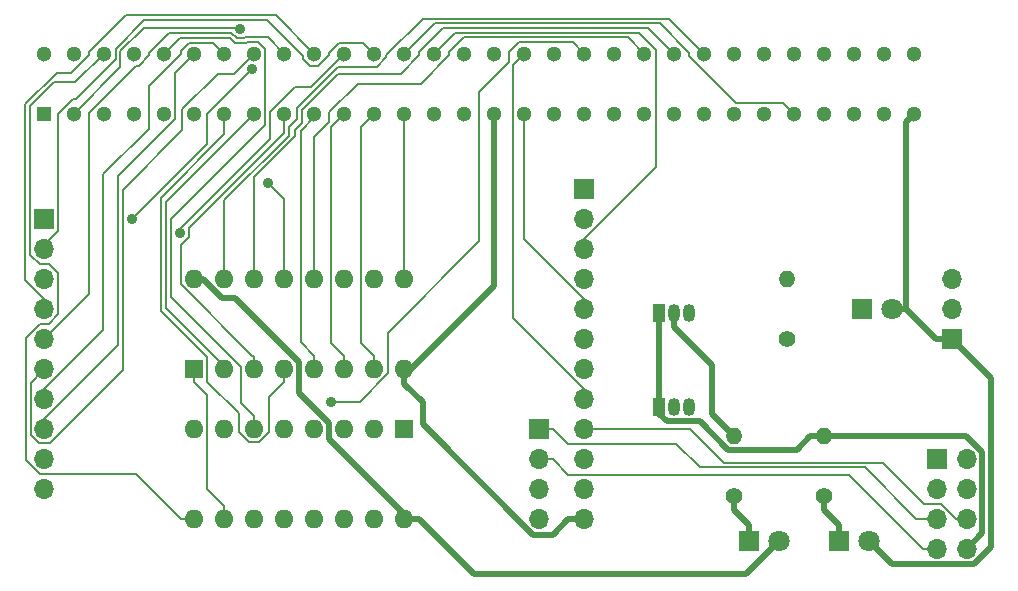
<source format=gbl>
G04 #@! TF.GenerationSoftware,KiCad,Pcbnew,(6.0.9)*
G04 #@! TF.CreationDate,2022-12-17T09:54:21+09:00*
G04 #@! TF.ProjectId,hat-prot-02,6861742d-7072-46f7-942d-30322e6b6963,rev?*
G04 #@! TF.SameCoordinates,PX5f5e100PY5f5e100*
G04 #@! TF.FileFunction,Copper,L2,Bot*
G04 #@! TF.FilePolarity,Positive*
%FSLAX46Y46*%
G04 Gerber Fmt 4.6, Leading zero omitted, Abs format (unit mm)*
G04 Created by KiCad (PCBNEW (6.0.9)) date 2022-12-17 09:54:21*
%MOMM*%
%LPD*%
G01*
G04 APERTURE LIST*
G04 #@! TA.AperFunction,ComponentPad*
%ADD10R,1.700000X1.700000*%
G04 #@! TD*
G04 #@! TA.AperFunction,ComponentPad*
%ADD11O,1.700000X1.700000*%
G04 #@! TD*
G04 #@! TA.AperFunction,ComponentPad*
%ADD12R,1.800000X1.800000*%
G04 #@! TD*
G04 #@! TA.AperFunction,ComponentPad*
%ADD13C,1.800000*%
G04 #@! TD*
G04 #@! TA.AperFunction,ComponentPad*
%ADD14C,1.400000*%
G04 #@! TD*
G04 #@! TA.AperFunction,ComponentPad*
%ADD15O,1.400000X1.400000*%
G04 #@! TD*
G04 #@! TA.AperFunction,ComponentPad*
%ADD16R,1.050000X1.500000*%
G04 #@! TD*
G04 #@! TA.AperFunction,ComponentPad*
%ADD17O,1.050000X1.500000*%
G04 #@! TD*
G04 #@! TA.AperFunction,ComponentPad*
%ADD18R,1.300000X1.300000*%
G04 #@! TD*
G04 #@! TA.AperFunction,ComponentPad*
%ADD19C,1.300000*%
G04 #@! TD*
G04 #@! TA.AperFunction,ComponentPad*
%ADD20R,1.600000X1.600000*%
G04 #@! TD*
G04 #@! TA.AperFunction,ComponentPad*
%ADD21O,1.600000X1.600000*%
G04 #@! TD*
G04 #@! TA.AperFunction,ViaPad*
%ADD22C,0.900000*%
G04 #@! TD*
G04 #@! TA.AperFunction,Conductor*
%ADD23C,0.500000*%
G04 #@! TD*
G04 #@! TA.AperFunction,Conductor*
%ADD24C,0.200000*%
G04 #@! TD*
G04 APERTURE END LIST*
D10*
X84455000Y11430000D03*
D11*
X86995000Y11430000D03*
X84455000Y8890000D03*
X86995000Y8890000D03*
X84455000Y6350000D03*
X86995000Y6350000D03*
X84455000Y3810000D03*
X86995000Y3810000D03*
D10*
X85725000Y21590000D03*
D11*
X85725000Y24130000D03*
X85725000Y26670000D03*
D12*
X68580000Y4445000D03*
D13*
X71120000Y4445000D03*
D14*
X71755000Y21590000D03*
D15*
X71755000Y26670000D03*
D16*
X60960000Y15790000D03*
D17*
X62230000Y15790000D03*
X63500000Y15790000D03*
D14*
X74930000Y8255000D03*
D15*
X74930000Y13335000D03*
D12*
X78105000Y24130000D03*
D13*
X80645000Y24130000D03*
D18*
X8890000Y40640000D03*
D19*
X11430000Y40640000D03*
X13970000Y40640000D03*
X16510000Y40640000D03*
X19050000Y40640000D03*
X21590000Y40640000D03*
X24130000Y40640000D03*
X26670000Y40640000D03*
X29210000Y40640000D03*
X31750000Y40640000D03*
X34290000Y40640000D03*
X36830000Y40640000D03*
X39370000Y40640000D03*
X41910000Y40640000D03*
X44450000Y40640000D03*
X46990000Y40640000D03*
X49530000Y40640000D03*
X52070000Y40640000D03*
X54610000Y40640000D03*
X57150000Y40640000D03*
X59690000Y40640000D03*
X62230000Y40640000D03*
X64770000Y40640000D03*
X67310000Y40640000D03*
X69850000Y40640000D03*
X72390000Y40640000D03*
X74930000Y40640000D03*
X77470000Y40640000D03*
X80010000Y40640000D03*
X82550000Y40640000D03*
X8890000Y45720000D03*
X11430000Y45720000D03*
X13970000Y45720000D03*
X16510000Y45720000D03*
X19050000Y45720000D03*
X21590000Y45720000D03*
X24130000Y45720000D03*
X26670000Y45720000D03*
X29210000Y45720000D03*
X31750000Y45720000D03*
X34290000Y45720000D03*
X36830000Y45720000D03*
X39370000Y45720000D03*
X41910000Y45720000D03*
X44450000Y45720000D03*
X46990000Y45720000D03*
X49530000Y45720000D03*
X52070000Y45720000D03*
X54610000Y45720000D03*
X57150000Y45720000D03*
X59690000Y45720000D03*
X62230000Y45720000D03*
X64770000Y45720000D03*
X67310000Y45720000D03*
X69850000Y45720000D03*
X72390000Y45720000D03*
X74930000Y45720000D03*
X77470000Y45720000D03*
X80010000Y45720000D03*
X82550000Y45720000D03*
D16*
X60960000Y23770000D03*
D17*
X62230000Y23770000D03*
X63500000Y23770000D03*
D14*
X67310000Y8255000D03*
D15*
X67310000Y13335000D03*
D20*
X21590000Y19050000D03*
D21*
X24130000Y19050000D03*
X26670000Y19050000D03*
X29210000Y19050000D03*
X31750000Y19050000D03*
X34290000Y19050000D03*
X36830000Y19050000D03*
X39370000Y19050000D03*
X39370000Y26670000D03*
X36830000Y26670000D03*
X34290000Y26670000D03*
X31750000Y26670000D03*
X29210000Y26670000D03*
X26670000Y26670000D03*
X24130000Y26670000D03*
X21590000Y26670000D03*
D20*
X39355000Y13960000D03*
D21*
X36815000Y13960000D03*
X34275000Y13960000D03*
X31735000Y13960000D03*
X29195000Y13960000D03*
X26655000Y13960000D03*
X24115000Y13960000D03*
X21575000Y13960000D03*
X21575000Y6340000D03*
X24115000Y6340000D03*
X26655000Y6340000D03*
X29195000Y6340000D03*
X31735000Y6340000D03*
X34275000Y6340000D03*
X36815000Y6340000D03*
X39355000Y6340000D03*
D12*
X76200000Y4445000D03*
D13*
X78740000Y4445000D03*
D10*
X8915000Y31720000D03*
D11*
X8915000Y29180000D03*
X8915000Y26640000D03*
X8915000Y24100000D03*
X8915000Y21560000D03*
X8915000Y19020000D03*
X8915000Y16480000D03*
X8915000Y13940000D03*
X8915000Y11400000D03*
X8915000Y8860000D03*
D10*
X54585000Y34270000D03*
D11*
X54585000Y31730000D03*
X54585000Y29190000D03*
X54585000Y26650000D03*
X54585000Y24110000D03*
X54585000Y21570000D03*
X54585000Y19030000D03*
X54585000Y16490000D03*
X54585000Y13950000D03*
X54585000Y11410000D03*
X54585000Y8870000D03*
X54585000Y6330000D03*
D10*
X50800000Y13960000D03*
D11*
X50800000Y11420000D03*
X50800000Y8880000D03*
X50800000Y6340000D03*
D22*
X25513700Y47786400D03*
X27820300Y34794500D03*
X16331900Y31720000D03*
X26500000Y44397900D03*
X20402200Y30558400D03*
X33168600Y16267800D03*
D23*
X60960000Y23770000D02*
X60960000Y15790000D01*
X61595000Y14589900D02*
X60960000Y15224900D01*
X66795700Y12182300D02*
X64388100Y14589900D01*
X40935400Y16234500D02*
X40935400Y14344600D01*
X39370000Y18425000D02*
X39370000Y17799900D01*
X50261800Y5018200D02*
X51973100Y5018200D01*
X88323800Y5138800D02*
X88323800Y11983400D01*
X40935400Y14344600D02*
X50261800Y5018200D01*
X88323800Y11983400D02*
X86972200Y13335000D01*
X72627200Y12182300D02*
X66795700Y12182300D01*
X64388100Y14589900D02*
X61595000Y14589900D01*
X86995000Y3810000D02*
X88323800Y5138800D01*
X39370000Y19050000D02*
X39370000Y18425000D01*
X74930000Y13335000D02*
X73779900Y13335000D01*
X39370000Y17799900D02*
X40935400Y16234500D01*
X46990000Y26045000D02*
X46990000Y40640000D01*
X86972200Y13335000D02*
X74930000Y13335000D01*
X73779900Y13335000D02*
X72627200Y12182300D01*
X51973100Y5018200D02*
X53284900Y6330000D01*
X54585000Y6330000D02*
X53284900Y6330000D01*
X39370000Y18425000D02*
X46990000Y26045000D01*
X60960000Y15224900D02*
X60960000Y15790000D01*
D24*
X22690100Y16849800D02*
X21590000Y17949900D01*
X15360300Y44570300D02*
X15360300Y45958800D01*
X11430000Y40640000D02*
X15360300Y44570300D01*
X17324500Y47923000D02*
X25377100Y47923000D01*
X25377100Y47923000D02*
X25513700Y47786400D01*
X24115000Y7440100D02*
X22690100Y8865000D01*
X24115000Y6340000D02*
X24115000Y7440100D01*
X22690100Y8865000D02*
X22690100Y16849800D01*
X21590000Y19050000D02*
X21590000Y17949900D01*
X15360300Y45958800D02*
X17324500Y47923000D01*
X30301600Y41165200D02*
X30301600Y40215600D01*
X64770000Y45720000D02*
X61786900Y48703100D01*
X33774200Y44637800D02*
X30301600Y41165200D01*
X30301600Y40215600D02*
X29610200Y39524200D01*
X37092500Y44637800D02*
X33774200Y44637800D01*
X41005500Y48703100D02*
X37881700Y45579300D01*
X29610200Y38786700D02*
X24130000Y33306500D01*
X37881700Y45427000D02*
X37092500Y44637800D01*
X61786900Y48703100D02*
X41005500Y48703100D01*
X29610200Y39524200D02*
X29610200Y38786700D01*
X37881700Y45579300D02*
X37881700Y45427000D01*
X24130000Y33306500D02*
X24130000Y26670000D01*
X33740000Y44037700D02*
X30701700Y40999400D01*
X30701700Y39850100D02*
X30160200Y39308600D01*
X30160200Y38770900D02*
X26670100Y35280800D01*
X42669100Y47902900D02*
X40640000Y45873800D01*
X40640000Y45599300D02*
X39078400Y44037700D01*
X30160200Y39308600D02*
X30160200Y38770900D01*
X26670100Y35280800D02*
X26670100Y27770100D01*
X39078400Y44037700D02*
X33740000Y44037700D01*
X60047100Y47902900D02*
X42669100Y47902900D01*
X26670000Y26670000D02*
X26670000Y27770100D01*
X30701700Y40999400D02*
X30701700Y39850100D01*
X40640000Y45873800D02*
X40640000Y45599300D01*
X62230000Y45720000D02*
X60047100Y47902900D01*
X26670100Y27770100D02*
X26670000Y27770100D01*
X58307300Y47102700D02*
X59690000Y45720000D01*
X43180000Y45861300D02*
X44421400Y47102700D01*
X44421400Y47102700D02*
X58307300Y47102700D01*
X33020000Y40763100D02*
X35436900Y43180000D01*
X43180000Y45591500D02*
X43180000Y45861300D01*
X31750000Y38665900D02*
X33020000Y39935900D01*
X33020000Y39935900D02*
X33020000Y40763100D01*
X35436900Y43180000D02*
X40768500Y43180000D01*
X40768500Y43180000D02*
X43180000Y45591500D01*
X31750000Y26670000D02*
X31750000Y38665900D01*
X29210000Y33404800D02*
X27820300Y34794500D01*
X29210000Y26670000D02*
X29210000Y33404800D01*
X27079100Y12811400D02*
X26246900Y12811400D01*
X29210000Y19050000D02*
X29210000Y17949900D01*
X22718500Y17946200D02*
X22718500Y20026800D01*
X29210000Y17949900D02*
X27925000Y16664900D01*
X18778200Y33540100D02*
X24130000Y38891900D01*
X18778200Y23967100D02*
X18778200Y33540100D01*
X24130000Y38891900D02*
X24130000Y40640000D01*
X22718500Y20026800D02*
X18778200Y23967100D01*
X27925000Y16664900D02*
X27925000Y13657300D01*
X25385000Y13673300D02*
X25385000Y15279700D01*
X26246900Y12811400D02*
X25385000Y13673300D01*
X27925000Y13657300D02*
X27079100Y12811400D01*
X25385000Y15279700D02*
X22718500Y17946200D01*
X24130000Y19243300D02*
X19210700Y24162600D01*
X24130000Y19050000D02*
X24130000Y19243300D01*
X19210700Y33180700D02*
X26670000Y40640000D01*
X19210700Y24162600D02*
X19210700Y33180700D01*
X26670000Y19050000D02*
X26670000Y20150100D01*
X26670000Y20150100D02*
X26532500Y20150100D01*
X20458900Y26223700D02*
X20458900Y29554300D01*
X26532500Y20150100D02*
X20458900Y26223700D01*
X21152300Y30247700D02*
X21152300Y30980800D01*
X29210000Y39038500D02*
X29210000Y40640000D01*
X20458900Y29554300D02*
X21152300Y30247700D01*
X21152300Y30980800D02*
X29210000Y39038500D01*
X31750000Y19050000D02*
X31750000Y20150100D01*
X30609700Y39192200D02*
X31750000Y40332500D01*
X30609700Y21290400D02*
X30609700Y39192200D01*
X31750000Y40332500D02*
X31750000Y40640000D01*
X31750000Y20150100D02*
X30609700Y21290400D01*
X34290000Y20150100D02*
X33168300Y21271800D01*
X33168300Y21271800D02*
X33168300Y39518300D01*
X34290000Y19050000D02*
X34290000Y20150100D01*
X33168300Y39518300D02*
X34290000Y40640000D01*
X36830000Y20150100D02*
X35718700Y21261400D01*
X36830000Y19050000D02*
X36830000Y20150100D01*
X35718700Y39528700D02*
X36830000Y40640000D01*
X35718700Y21261400D02*
X35718700Y39528700D01*
X39370000Y27770100D02*
X39370000Y40640000D01*
X39370000Y26670000D02*
X39370000Y27770100D01*
D23*
X67310000Y8255000D02*
X67310000Y7065100D01*
X68580000Y4445000D02*
X68580000Y5795100D01*
X67310000Y7065100D02*
X68580000Y5795100D01*
X80645000Y24130000D02*
X81884900Y24130000D01*
X21590000Y26670000D02*
X22322100Y26670000D01*
X81884900Y24130000D02*
X81884900Y39974900D01*
X80684200Y2500800D02*
X87601000Y2500800D01*
X81884900Y24130000D02*
X84424900Y21590000D01*
X33005000Y13140000D02*
X39805000Y6340000D01*
X25094400Y25016300D02*
X30480000Y19630700D01*
X85725000Y21590000D02*
X84424900Y21590000D01*
X39805000Y6340000D02*
X40605100Y6340000D01*
X39355000Y6340000D02*
X39805000Y6340000D01*
X87601000Y2500800D02*
X89027900Y3927700D01*
X30480000Y19630700D02*
X30480000Y16989000D01*
X89027900Y3927700D02*
X89027900Y18287100D01*
X68352200Y1677200D02*
X45267900Y1677200D01*
X71120000Y4445000D02*
X68352200Y1677200D01*
X30480000Y16989000D02*
X33005000Y14464000D01*
X78740000Y4445000D02*
X80684200Y2500800D01*
X45267900Y1677200D02*
X40605100Y6340000D01*
X22322100Y26670000D02*
X23975800Y25016300D01*
X23975800Y25016300D02*
X25094400Y25016300D01*
X33005000Y14464000D02*
X33005000Y13140000D01*
X89027900Y18287100D02*
X85725000Y21590000D01*
X81884900Y39974900D02*
X82550000Y40640000D01*
D24*
X41953000Y48303000D02*
X39370000Y45720000D01*
X72390000Y40640000D02*
X71439800Y41590200D01*
X63500000Y45551500D02*
X63500000Y45812000D01*
X61009000Y48303000D02*
X41953000Y48303000D01*
X22718500Y40616400D02*
X26500000Y44397900D01*
X16331900Y31720000D02*
X22718500Y38106600D01*
X71439800Y41590200D02*
X67461300Y41590200D01*
X67461300Y41590200D02*
X63500000Y45551500D01*
X22718500Y38106600D02*
X22718500Y40616400D01*
X63500000Y45812000D02*
X61009000Y48303000D01*
X14960100Y45281600D02*
X14960100Y46124500D01*
X30799800Y45317300D02*
X31398300Y44718800D01*
X35879800Y46670200D02*
X36830000Y45720000D01*
X8915000Y29539400D02*
X10065100Y30689500D01*
X27760700Y48558100D02*
X30799800Y45519000D01*
X11588500Y41910000D02*
X14960100Y45281600D01*
X33892100Y46670200D02*
X35879800Y46670200D01*
X33020100Y45798200D02*
X33892100Y46670200D01*
X31398300Y44718800D02*
X32107400Y44718800D01*
X10065100Y30689500D02*
X10065100Y40645000D01*
X32107400Y44718800D02*
X33020100Y45631500D01*
X33020100Y45631500D02*
X33020100Y45798200D01*
X8915000Y29180000D02*
X8915000Y29539400D01*
X30799800Y45519000D02*
X30799800Y45317300D01*
X11330100Y41910000D02*
X11588500Y41910000D01*
X17393700Y48558100D02*
X27760700Y48558100D01*
X14960100Y46124500D02*
X17393700Y48558100D01*
X10065100Y40645000D02*
X11330100Y41910000D01*
X28020400Y38526700D02*
X28020400Y40795200D01*
X20402200Y30908500D02*
X28020400Y38526700D01*
X28020400Y40795200D02*
X30124200Y42899000D01*
X31469000Y42899000D02*
X34290000Y45720000D01*
X30124200Y42899000D02*
X31469000Y42899000D01*
X20402200Y30558400D02*
X20402200Y30908500D01*
X8915000Y24740000D02*
X8890000Y24765000D01*
X8915000Y24100000D02*
X8915000Y24740000D01*
X9984000Y44096900D02*
X11168900Y44096900D01*
X8890000Y24765000D02*
X8890000Y24987600D01*
X28491400Y48978600D02*
X31750000Y45720000D01*
X7313800Y26563800D02*
X7313800Y41426700D01*
X15790100Y48978600D02*
X28491400Y48978600D01*
X11168900Y44096900D02*
X12700000Y45628000D01*
X7313800Y41426700D02*
X9984000Y44096900D01*
X12700000Y45888500D02*
X15790100Y48978600D01*
X8890000Y24987600D02*
X7313800Y26563800D01*
X12700000Y45628000D02*
X12700000Y45888500D01*
X8553900Y10130000D02*
X7354800Y11329100D01*
X20474900Y6340000D02*
X16684900Y10130000D01*
X10108100Y23648700D02*
X10108100Y27141400D01*
X7354800Y11329100D02*
X7354800Y21639000D01*
X21575000Y6340000D02*
X20474900Y6340000D01*
X16684900Y10130000D02*
X8553900Y10130000D01*
X7743100Y28718400D02*
X7743100Y41290100D01*
X7354800Y21639000D02*
X8545800Y22830000D01*
X9289400Y22830000D02*
X10108100Y23648700D01*
X9318900Y27930600D02*
X8530900Y27930600D01*
X10108100Y27141400D02*
X9318900Y27930600D01*
X8530900Y27930600D02*
X7743100Y28718400D01*
X7743100Y41290100D02*
X9749600Y43296600D01*
X8545800Y22830000D02*
X9289400Y22830000D01*
X9749600Y43296600D02*
X11546600Y43296600D01*
X11546600Y43296600D02*
X13970000Y45720000D01*
X25037400Y46636200D02*
X25990100Y46636200D01*
X25554900Y19206300D02*
X25554900Y16160200D01*
X19651900Y25109300D02*
X25554900Y19206300D01*
X19651900Y31724600D02*
X19651900Y25109300D01*
X25990100Y46636200D02*
X26058400Y46704500D01*
X26655000Y13960000D02*
X26655000Y15060100D01*
X27029600Y46704500D02*
X27620200Y46113900D01*
X24596100Y47077500D02*
X25037400Y46636200D01*
X26058400Y46704500D02*
X27029600Y46704500D01*
X20407500Y47077500D02*
X24596100Y47077500D01*
X25554900Y16160200D02*
X26655000Y15060100D01*
X27620200Y39692900D02*
X19651900Y31724600D01*
X19050000Y45720000D02*
X20407500Y47077500D01*
X27620200Y46113900D02*
X27620200Y39692900D01*
X15172400Y35344200D02*
X15172400Y21060000D01*
X20000200Y40172000D02*
X15172400Y35344200D01*
X15172400Y21060000D02*
X8915000Y14802600D01*
X20000200Y44130200D02*
X20000200Y40172000D01*
X8915000Y14802600D02*
X8915000Y13940000D01*
X21590000Y45720000D02*
X20000200Y44130200D01*
X8915000Y16480000D02*
X8915000Y17342600D01*
X21169300Y46673500D02*
X23176500Y46673500D01*
X13919300Y22346900D02*
X13919300Y35518400D01*
X8915000Y17342600D02*
X13919300Y22346900D01*
X20451100Y45955300D02*
X21169300Y46673500D01*
X13919300Y35518400D02*
X17780000Y39379100D01*
X20451100Y45662300D02*
X20451100Y45955300D01*
X17780000Y39379100D02*
X17780000Y42991200D01*
X17780000Y42991200D02*
X20451100Y45662300D01*
X23176500Y46673500D02*
X24130000Y45720000D01*
X9403100Y12764600D02*
X15572500Y18934000D01*
X24984000Y44034000D02*
X26670000Y45720000D01*
X8457000Y12764600D02*
X9403100Y12764600D01*
X15572500Y34196100D02*
X20611500Y39235100D01*
X8915000Y19020000D02*
X7755000Y17860000D01*
X15572500Y18934000D02*
X15572500Y34196100D01*
X23611300Y44034000D02*
X24984000Y44034000D01*
X20611500Y41034200D02*
X23611300Y44034000D01*
X7755000Y17860000D02*
X7755000Y13466600D01*
X20611500Y39235100D02*
X20611500Y41034200D01*
X7755000Y13466600D02*
X8457000Y12764600D01*
X24761600Y47477800D02*
X25203100Y47036300D01*
X25203100Y47036300D02*
X25824400Y47036300D01*
X16691500Y44715600D02*
X16908500Y44715600D01*
X25892700Y47104600D02*
X27825400Y47104600D01*
X17780000Y45793500D02*
X19464300Y47477800D01*
X8915000Y21560000D02*
X12700000Y25345000D01*
X12700000Y25345000D02*
X12700000Y40724100D01*
X27825400Y47104600D02*
X29210000Y45720000D01*
X12700000Y40724100D02*
X16691500Y44715600D01*
X25824400Y47036300D02*
X25892700Y47104600D01*
X19464300Y47477800D02*
X24761600Y47477800D01*
X17780000Y45587100D02*
X17780000Y45793500D01*
X16908500Y44715600D02*
X17780000Y45587100D01*
D23*
X74930000Y7065100D02*
X74930000Y8255000D01*
X76200000Y4445000D02*
X76200000Y5795100D01*
X76200000Y5795100D02*
X74930000Y7065100D01*
D24*
X53276000Y10094100D02*
X77020800Y10094100D01*
X77020800Y10094100D02*
X83304900Y3810000D01*
X51950100Y11420000D02*
X53276000Y10094100D01*
X84455000Y3810000D02*
X83304900Y3810000D01*
X50800000Y11420000D02*
X51950100Y11420000D01*
X51950100Y13960000D02*
X53230100Y12680000D01*
X62423500Y12680000D02*
X64407600Y10695900D01*
X64407600Y10695900D02*
X78357100Y10695900D01*
X50800000Y13960000D02*
X51950100Y13960000D01*
X82703000Y6350000D02*
X84455000Y6350000D01*
X78357100Y10695900D02*
X82703000Y6350000D01*
X53230100Y12680000D02*
X62423500Y12680000D01*
X54585000Y30052600D02*
X60689200Y36156800D01*
X60689200Y46066400D02*
X59252800Y47502800D01*
X59252800Y47502800D02*
X43692800Y47502800D01*
X54585000Y29190000D02*
X54585000Y30052600D01*
X43692800Y47502800D02*
X41910000Y45720000D01*
X60689200Y36156800D02*
X60689200Y46066400D01*
X54585000Y24972600D02*
X49530000Y30027600D01*
X54585000Y24110000D02*
X54585000Y24972600D01*
X49530000Y30027600D02*
X49530000Y40640000D01*
X48579700Y44769700D02*
X49530000Y45720000D01*
X54585000Y16490000D02*
X54585000Y17352600D01*
X48579700Y23357900D02*
X48579700Y44769700D01*
X54585000Y17352600D02*
X48579700Y23357900D01*
X63595200Y13950000D02*
X54585000Y13950000D01*
X86995000Y6350000D02*
X86083200Y6350000D01*
X79907500Y11096100D02*
X66449100Y11096100D01*
X86083200Y6350000D02*
X84813200Y7620000D01*
X84813200Y7620000D02*
X83383600Y7620000D01*
X66449100Y11096100D02*
X63595200Y13950000D01*
X83383600Y7620000D02*
X79907500Y11096100D01*
D23*
X65405000Y19394900D02*
X65405000Y15240000D01*
X62230000Y23770000D02*
X62230000Y22569900D01*
X65405000Y15240000D02*
X67310000Y13335000D01*
X62230000Y22569900D02*
X65405000Y19394900D01*
D24*
X48260100Y45016000D02*
X48260100Y45848100D01*
X45720000Y42475900D02*
X48260100Y45016000D01*
X45720000Y29827600D02*
X45720000Y42475900D01*
X38013600Y22121200D02*
X45720000Y29827600D01*
X48260100Y45848100D02*
X49103900Y46691900D01*
X35620100Y16267800D02*
X38013600Y18661300D01*
X33168600Y16267800D02*
X35620100Y16267800D01*
X53638100Y46691900D02*
X54610000Y45720000D01*
X49103900Y46691900D02*
X53638100Y46691900D01*
X38013600Y18661300D02*
X38013600Y22121200D01*
M02*

</source>
